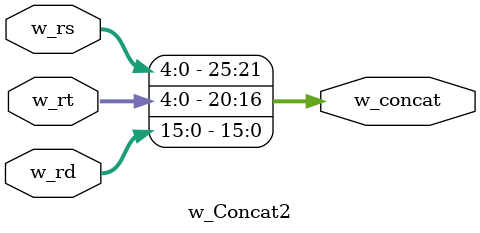
<source format=v>
module w_Concat2(w_rs, w_rt, w_rd, w_concat);

    input [4:0] w_rs, w_rt;
    input [15:0] w_rd;
    output reg[25:0] w_concat;

always @(*)

     w_concat[25:0] <= {w_rs[4:0], w_rt[4:0], w_rd[15:0]};
 

endmodule
</source>
